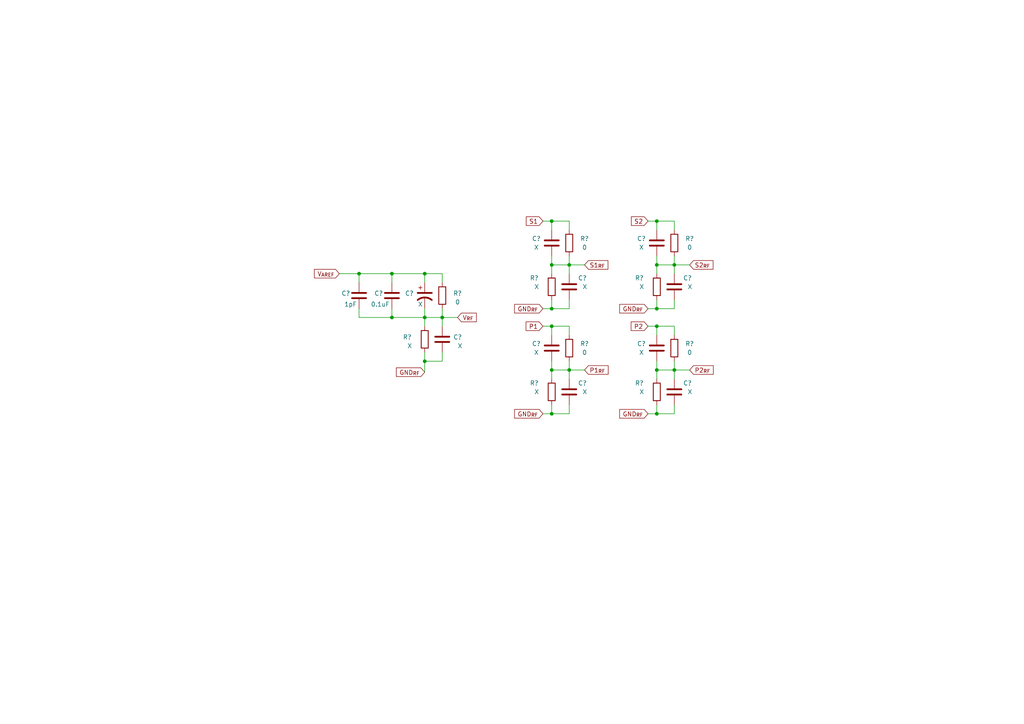
<source format=kicad_sch>
(kicad_sch (version 20211123) (generator eeschema)
  (paper "A4")
  (lib_symbols
    (symbol "Device:C" (pin_numbers hide) (pin_names (offset 0.254))
      (property "Reference" "C" (at 0.635 2.54 0))
      (property "Value" "C" (at 0.635 -2.54 0))
      (symbol "C_0_1"
        (polyline (pts (xy -2.032 -0.762) (xy 2.032 -0.762)) (stroke (width 0.508)))
        (polyline (pts (xy -2.032 0.762) (xy 2.032 0.762)) (stroke (width 0.508)))
      )
      (symbol "C_1_1"
        (pin passive line (at 0 3.81 270) (length 2.794) (name "~") (number "1"))
        (pin passive line (at 0 -3.81 90) (length 2.794) (name "~") (number "2"))
      )
    )
    (symbol "Device:C_Polarized_US" (pin_numbers hide) (pin_names (offset 0.254) hide)
      (property "Reference" "C" (at 0.635 2.54 0))
      (property "Value" "C_Polarized_US" (at 0.635 -2.54 0))
      (symbol "C_Polarized_US_0_1"
        (polyline (pts (xy -2.032 0.762) (xy 2.032 0.762)) (stroke (width 0.508)))
        (polyline (pts (xy -1.778 2.286) (xy -0.762 2.286)))
        (polyline (pts (xy -1.27 1.778) (xy -1.27 2.794)))
        (arc (start 2.032 -1.27) (mid 0 -0.5572) (end -2.032 -1.27) (stroke (width 0.508)))
      )
      (symbol "C_Polarized_US_1_1"
        (pin passive line (at 0 3.81 270) (length 2.794) (name "~") (number "1"))
        (pin passive line (at 0 -3.81 90) (length 3.302) (name "~") (number "2"))
      )
    )
    (symbol "Device:R" (pin_numbers hide) (pin_names (offset 0))
      (property "Reference" "R" (at 2.032 0 90))
      (property "Value" "R" (at 0 0 90))
      (symbol "R_0_1"
        (rectangle (start -1.016 -2.54) (end 1.016 2.54) (stroke (width 0.254)))
      )
      (symbol "R_1_1"
        (pin passive line (at 0 3.81 270) (length 1.27) (name "~") (number "1"))
        (pin passive line (at 0 -3.81 90) (length 1.27) (name "~") (number "2"))
      )
    )
  )
  (junction (at 195.58 107.315))
  (junction (at 104.14 79.375))
  (junction (at 160.02 76.835))
  (junction (at 128.27 92.075))
  (junction (at 190.5 94.615))
  (junction (at 190.5 76.835))
  (junction (at 190.5 64.135))
  (junction (at 160.02 89.535))
  (junction (at 190.5 120.015))
  (junction (at 165.1 76.835))
  (junction (at 165.1 107.315))
  (junction (at 160.02 107.315))
  (junction (at 113.665 79.375))
  (junction (at 190.5 107.315))
  (junction (at 123.19 92.075))
  (junction (at 195.58 76.835))
  (junction (at 123.19 104.775))
  (junction (at 190.5 89.535))
  (junction (at 113.665 92.075))
  (junction (at 160.02 64.135))
  (junction (at 123.19 79.375))
  (junction (at 160.02 94.615))
  (junction (at 160.02 120.015))
  (wire (pts (xy 123.19 92.075) (xy 123.19 94.615)))
  (wire (pts (xy 190.5 64.135) (xy 190.5 66.675)))
  (wire (pts (xy 195.58 94.615) (xy 195.58 97.155)))
  (wire (pts (xy 190.5 94.615) (xy 195.58 94.615)))
  (wire (pts (xy 104.14 81.915) (xy 104.14 79.375)))
  (wire (pts (xy 104.14 89.535) (xy 104.14 92.075)))
  (wire (pts (xy 104.14 92.075) (xy 113.665 92.075)))
  (wire (pts (xy 165.1 76.835) (xy 165.1 79.375)))
  (wire (pts (xy 190.5 94.615) (xy 190.5 97.155)))
  (wire (pts (xy 195.58 76.835) (xy 195.58 79.375)))
  (wire (pts (xy 195.58 76.835) (xy 200.025 76.835)))
  (wire (pts (xy 195.58 107.315) (xy 195.58 109.855)))
  (wire (pts (xy 165.1 104.775) (xy 165.1 107.315)))
  (wire (pts (xy 104.14 79.375) (xy 113.665 79.375)))
  (wire (pts (xy 190.5 89.535) (xy 195.58 89.535)))
  (wire (pts (xy 160.02 64.135) (xy 160.02 66.675)))
  (wire (pts (xy 160.02 89.535) (xy 165.1 89.535)))
  (wire (pts (xy 195.58 107.315) (xy 200.025 107.315)))
  (wire (pts (xy 123.19 89.535) (xy 123.19 92.075)))
  (wire (pts (xy 195.58 104.775) (xy 195.58 107.315)))
  (wire (pts (xy 128.27 89.535) (xy 128.27 92.075)))
  (wire (pts (xy 190.5 120.015) (xy 187.96 120.015)))
  (wire (pts (xy 165.1 76.835) (xy 160.02 76.835)))
  (wire (pts (xy 113.665 89.535) (xy 113.665 92.075)))
  (wire (pts (xy 160.02 74.295) (xy 160.02 76.835)))
  (wire (pts (xy 165.1 76.835) (xy 169.545 76.835)))
  (wire (pts (xy 160.02 94.615) (xy 165.1 94.615)))
  (wire (pts (xy 128.27 92.075) (xy 123.19 92.075)))
  (wire (pts (xy 190.5 86.995) (xy 190.5 89.535)))
  (wire (pts (xy 157.48 64.135) (xy 160.02 64.135)))
  (wire (pts (xy 160.02 94.615) (xy 160.02 97.155)))
  (wire (pts (xy 165.1 74.295) (xy 165.1 76.835)))
  (wire (pts (xy 190.5 74.295) (xy 190.5 76.835)))
  (wire (pts (xy 128.27 92.075) (xy 128.27 94.615)))
  (wire (pts (xy 187.96 64.135) (xy 190.5 64.135)))
  (wire (pts (xy 128.27 79.375) (xy 128.27 81.915)))
  (wire (pts (xy 165.1 107.315) (xy 165.1 109.855)))
  (wire (pts (xy 160.02 120.015) (xy 157.48 120.015)))
  (wire (pts (xy 187.96 94.615) (xy 190.5 94.615)))
  (wire (pts (xy 128.27 92.075) (xy 132.715 92.075)))
  (wire (pts (xy 165.1 117.475) (xy 165.1 120.015)))
  (wire (pts (xy 160.02 117.475) (xy 160.02 120.015)))
  (wire (pts (xy 190.5 89.535) (xy 187.96 89.535)))
  (wire (pts (xy 123.19 104.775) (xy 128.27 104.775)))
  (wire (pts (xy 195.58 64.135) (xy 195.58 66.675)))
  (wire (pts (xy 195.58 74.295) (xy 195.58 76.835)))
  (wire (pts (xy 165.1 107.315) (xy 169.545 107.315)))
  (wire (pts (xy 165.1 107.315) (xy 160.02 107.315)))
  (wire (pts (xy 160.02 107.315) (xy 160.02 109.855)))
  (wire (pts (xy 160.02 89.535) (xy 157.48 89.535)))
  (wire (pts (xy 160.02 104.775) (xy 160.02 107.315)))
  (wire (pts (xy 128.27 102.235) (xy 128.27 104.775)))
  (wire (pts (xy 190.5 120.015) (xy 195.58 120.015)))
  (wire (pts (xy 113.665 92.075) (xy 123.19 92.075)))
  (wire (pts (xy 160.02 64.135) (xy 165.1 64.135)))
  (wire (pts (xy 195.58 107.315) (xy 190.5 107.315)))
  (wire (pts (xy 123.19 102.235) (xy 123.19 104.775)))
  (wire (pts (xy 190.5 104.775) (xy 190.5 107.315)))
  (wire (pts (xy 123.19 79.375) (xy 128.27 79.375)))
  (wire (pts (xy 165.1 94.615) (xy 165.1 97.155)))
  (wire (pts (xy 165.1 64.135) (xy 165.1 66.675)))
  (wire (pts (xy 123.19 79.375) (xy 123.19 81.915)))
  (wire (pts (xy 190.5 107.315) (xy 190.5 109.855)))
  (wire (pts (xy 98.425 79.375) (xy 104.14 79.375)))
  (wire (pts (xy 160.02 76.835) (xy 160.02 79.375)))
  (wire (pts (xy 157.48 94.615) (xy 160.02 94.615)))
  (wire (pts (xy 190.5 117.475) (xy 190.5 120.015)))
  (wire (pts (xy 160.02 86.995) (xy 160.02 89.535)))
  (wire (pts (xy 113.665 81.915) (xy 113.665 79.375)))
  (wire (pts (xy 195.58 76.835) (xy 190.5 76.835)))
  (wire (pts (xy 113.665 79.375) (xy 123.19 79.375)))
  (wire (pts (xy 190.5 64.135) (xy 195.58 64.135)))
  (wire (pts (xy 123.19 104.775) (xy 123.19 107.95)))
  (wire (pts (xy 195.58 117.475) (xy 195.58 120.015)))
  (wire (pts (xy 190.5 76.835) (xy 190.5 79.375)))
  (wire (pts (xy 165.1 86.995) (xy 165.1 89.535)))
  (wire (pts (xy 195.58 86.995) (xy 195.58 89.535)))
  (wire (pts (xy 160.02 120.015) (xy 165.1 120.015)))
  (global_label "GND_{RF}" (shape input) (at 187.96 120.015 180) (property "Intersheet References" "${INTERSHEET_REFS}" (effects hide)))
  (global_label "V_{AREF}" (shape input) (at 98.425 79.375 180) (property "Intersheet References" "${INTERSHEET_REFS}" (effects hide)))
  (global_label "S2" (shape input) (at 187.96 64.135 180) (property "Intersheet References" "${INTERSHEET_REFS}" (effects hide)))
  (global_label "P2_{RF}" (shape input) (at 200.025 107.315 0) (property "Intersheet References" "${INTERSHEET_REFS}" (effects hide)))
  (global_label "S1_{RF}" (shape input) (at 169.545 76.835 0) (property "Intersheet References" "${INTERSHEET_REFS}" (effects hide)))
  (global_label "GND_{RF}" (shape input) (at 157.48 89.535 180) (property "Intersheet References" "${INTERSHEET_REFS}" (effects hide)))
  (global_label "GND_{RF}" (shape input) (at 123.19 107.95 180) (property "Intersheet References" "${INTERSHEET_REFS}" (effects hide)))
  (global_label "V_{RF}" (shape input) (at 132.715 92.075 0) (property "Intersheet References" "${INTERSHEET_REFS}" (effects hide)))
  (global_label "GND_{RF}" (shape input) (at 157.48 120.015 180) (property "Intersheet References" "${INTERSHEET_REFS}" (effects hide)))
  (global_label "P1_{RF}" (shape input) (at 169.545 107.315 0) (property "Intersheet References" "${INTERSHEET_REFS}" (effects hide)))
  (global_label "GND_{RF}" (shape input) (at 187.96 89.535 180) (property "Intersheet References" "${INTERSHEET_REFS}" (effects hide)))
  (global_label "P1" (shape input) (at 157.48 94.615 180) (property "Intersheet References" "${INTERSHEET_REFS}" (effects hide)))
  (global_label "S1" (shape input) (at 157.48 64.135 180) (property "Intersheet References" "${INTERSHEET_REFS}" (effects hide)))
  (global_label "P2" (shape input) (at 187.96 94.615 180) (property "Intersheet References" "${INTERSHEET_REFS}" (effects hide)))
  (global_label "S2_{RF}" (shape input) (at 200.025 76.835 0) (property "Intersheet References" "${INTERSHEET_REFS}" (effects hide)))
  (symbol (lib_id "Device:R") (at 165.1 70.485 180) (unit 1)
    (property "Reference" "R?" (at 169.545 69.215 0))
    (property "Value" "0" (at 169.545 71.755 0))
    (property "Footprint" "Resistor_SMD:R_0402_1005Metric" (effects hide))
  )
  (symbol (lib_id "Device:C") (at 128.27 98.425 0) (unit 1)
    (property "Reference" "C?" (at 131.445 97.79 0) (effects (justify left)))
    (property "Value" "X" (at 132.715 100.33 0) (effects (justify left)))
    (property "Footprint" "Capacitor_SMD:C_0603_1608Metric" (effects hide))
  )
  (symbol (lib_id "Device:R") (at 128.27 85.725 0) (unit 1)
    (property "Reference" "R?" (at 132.715 85.09 0))
    (property "Value" "0" (at 132.715 87.63 0))
    (property "Footprint" "Resistor_SMD:R_0603_1608Metric" (effects hide))
  )
  (symbol (lib_id "Device:C") (at 104.14 85.725 0) (mirror y) (unit 1)
    (property "Reference" "C?" (at 101.6 85.09 0) (effects (justify left)))
    (property "Value" "1pF" (at 103.505 88.265 0) (effects (justify left)))
    (property "Footprint" "Capacitor_SMD:C_0603_1608Metric" (effects hide))
  )
  (symbol (lib_id "Device:C") (at 160.02 100.965 0) (unit 1)
    (property "Reference" "C?" (at 155.575 99.695 0))
    (property "Value" "X" (at 155.575 102.235 0))
    (property "Footprint" "Capacitor_SMD:C_0402_1005Metric" (effects hide))
  )
  (symbol (lib_id "Device:C") (at 190.5 100.965 0) (unit 1)
    (property "Reference" "C?" (at 186.055 99.695 0))
    (property "Value" "X" (at 186.055 102.235 0))
    (property "Footprint" "Capacitor_SMD:C_0402_1005Metric" (effects hide))
  )
  (symbol (lib_id "Device:C") (at 160.02 70.485 0) (unit 1)
    (property "Reference" "C?" (at 155.575 69.215 0))
    (property "Value" "X" (at 155.575 71.755 0))
    (property "Footprint" "Capacitor_SMD:C_0402_1005Metric" (effects hide))
  )
  (symbol (lib_id "Device:C") (at 195.58 83.185 0) (unit 1)
    (property "Reference" "C?" (at 198.12 80.645 0) (effects (justify left)))
    (property "Value" "X" (at 199.39 83.185 0) (effects (justify left)))
    (property "Footprint" "Capacitor_SMD:C_0402_1005Metric" (effects hide))
  )
  (symbol (lib_id "Device:R") (at 190.5 83.185 180) (unit 1)
    (property "Reference" "R?" (at 184.15 80.645 0) (effects (justify right)))
    (property "Value" "X" (at 185.42 83.185 0) (effects (justify right)))
    (property "Footprint" "Resistor_SMD:R_0402_1005Metric" (effects hide))
  )
  (symbol (lib_id "Device:R") (at 165.1 100.965 180) (unit 1)
    (property "Reference" "R?" (at 169.545 99.695 0))
    (property "Value" "0" (at 169.545 102.235 0))
    (property "Footprint" "Resistor_SMD:R_0402_1005Metric" (effects hide))
  )
  (symbol (lib_id "Device:R") (at 160.02 113.665 180) (unit 1)
    (property "Reference" "R?" (at 153.67 111.125 0) (effects (justify right)))
    (property "Value" "X" (at 154.94 113.665 0) (effects (justify right)))
    (property "Footprint" "Resistor_SMD:R_0402_1005Metric" (effects hide))
  )
  (symbol (lib_id "Device:C") (at 165.1 83.185 0) (unit 1)
    (property "Reference" "C?" (at 167.64 80.645 0) (effects (justify left)))
    (property "Value" "X" (at 168.91 83.185 0) (effects (justify left)))
    (property "Footprint" "Capacitor_SMD:C_0402_1005Metric" (effects hide))
  )
  (symbol (lib_id "Device:C") (at 113.665 85.725 0) (mirror y) (unit 1)
    (property "Reference" "C?" (at 111.125 85.09 0) (effects (justify left)))
    (property "Value" "0.1uF" (at 113.03 88.265 0) (effects (justify left)))
    (property "Footprint" "Capacitor_SMD:C_0603_1608Metric" (effects hide))
  )
  (symbol (lib_id "Device:C") (at 190.5 70.485 0) (unit 1)
    (property "Reference" "C?" (at 186.055 69.215 0))
    (property "Value" "X" (at 186.055 71.755 0))
    (property "Footprint" "Capacitor_SMD:C_0402_1005Metric" (effects hide))
  )
  (symbol (lib_id "Device:C") (at 195.58 113.665 0) (unit 1)
    (property "Reference" "C?" (at 198.12 111.125 0) (effects (justify left)))
    (property "Value" "X" (at 199.39 113.665 0) (effects (justify left)))
    (property "Footprint" "Capacitor_SMD:C_0402_1005Metric" (effects hide))
  )
  (symbol (lib_id "Device:C_Polarized_US") (at 123.19 85.725 0) (unit 1)
    (property "Reference" "C?" (at 118.745 85.09 0))
    (property "Value" "X" (at 121.92 88.265 0))
    (property "Footprint" "Capacitor_Tantalum_SMD:CP_EIA-2012-15_AVX-P" (effects hide))
  )
  (symbol (lib_id "Device:R") (at 190.5 113.665 180) (unit 1)
    (property "Reference" "R?" (at 184.15 111.125 0) (effects (justify right)))
    (property "Value" "X" (at 185.42 113.665 0) (effects (justify right)))
    (property "Footprint" "Resistor_SMD:R_0402_1005Metric" (effects hide))
  )
  (symbol (lib_id "Device:R") (at 195.58 70.485 180) (unit 1)
    (property "Reference" "R?" (at 200.025 69.215 0))
    (property "Value" "0" (at 200.025 71.755 0))
    (property "Footprint" "Resistor_SMD:R_0402_1005Metric" (effects hide))
  )
  (symbol (lib_id "Device:R") (at 123.19 98.425 180) (unit 1)
    (property "Reference" "R?" (at 116.84 97.79 0) (effects (justify right)))
    (property "Value" "X" (at 118.11 100.33 0) (effects (justify right)))
    (property "Footprint" "Resistor_SMD:R_0603_1608Metric" (effects hide))
  )
  (symbol (lib_id "Device:R") (at 195.58 100.965 180) (unit 1)
    (property "Reference" "R?" (at 200.025 99.695 0))
    (property "Value" "0" (at 200.025 102.235 0))
    (property "Footprint" "Resistor_SMD:R_0402_1005Metric" (effects hide))
  )
  (symbol (lib_id "Device:C") (at 165.1 113.665 0) (unit 1)
    (property "Reference" "C?" (at 167.64 111.125 0) (effects (justify left)))
    (property "Value" "X" (at 168.91 113.665 0) (effects (justify left)))
    (property "Footprint" "Capacitor_SMD:C_0402_1005Metric" (effects hide))
  )
  (symbol (lib_id "Device:R") (at 160.02 83.185 180) (unit 1)
    (property "Reference" "R?" (at 153.67 80.645 0) (effects (justify right)))
    (property "Value" "X" (at 154.94 83.185 0) (effects (justify right)))
    (property "Footprint" "Resistor_SMD:R_0402_1005Metric" (effects hide))
  )
)
</source>
